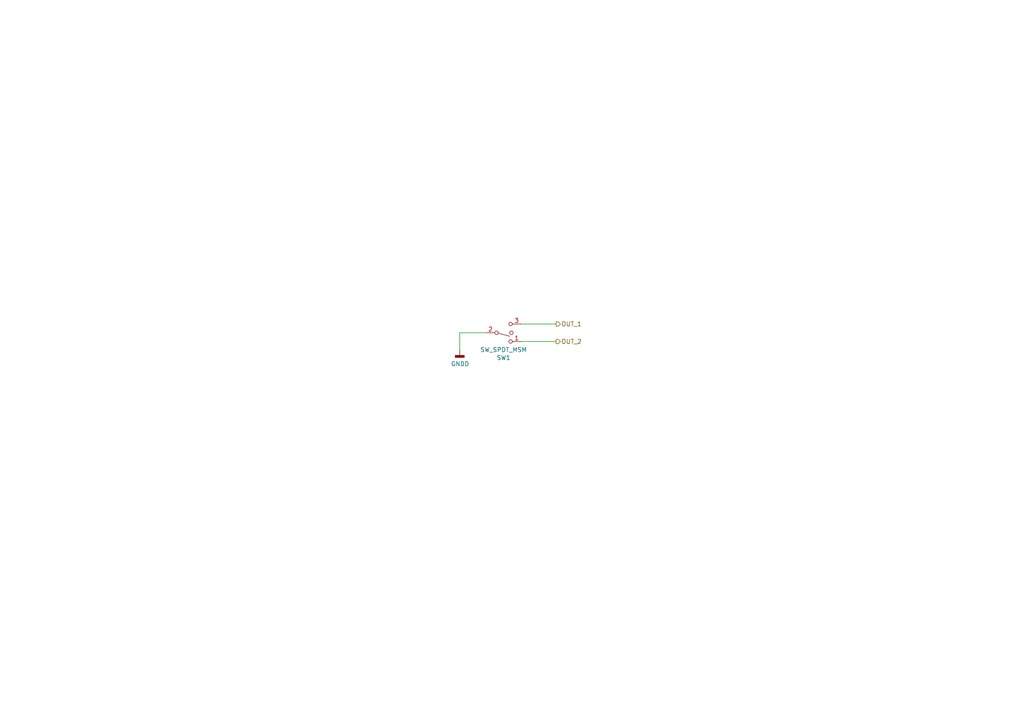
<source format=kicad_sch>
(kicad_sch (version 20250114) (generator "eeschema") (generator_version "9.0")
  (paper "A4")
  (lib_symbols
    (symbol "Digital Board Rev 2-rescue:GNDD-power" (power) (pin_names (offset 0))
      (property "Value" "power_GNDD" (at 0 -3.175 0))
      (symbol "GNDD-power_0_1"
        (rectangle (start -1.27 -1.524) (end 1.27 -2.032) (stroke (width 0.254)) (fill (type outline)))
        (polyline (pts (xy 0 0) (xy 0 -1.524)))
      )
      (symbol "GNDD-power_1_1"
        (pin power_in line (at 0 0 270) (length 0) (hide yes) (name "GNDD") (number "1"))
      )
    )
    (symbol "Digital Board Rev 2-rescue:SW_SPDT_MSM-Switch" (pin_names (offset 0) (hide yes))
      (property "Reference" "SW" (at 0 5.08 0))
      (property "Value" "Switch_SW_SPDT_MSM" (at 0 -5.08 0))
      (symbol "SW_SPDT_MSM-Switch_0_0"
        (circle (center -2.032 0) (radius 0.508))
        (polyline (pts (xy -1.524 0.127) (xy 1.778 1.016)))
        (circle (center 2.032 -2.54) (radius 0.508))
      )
      (symbol "SW_SPDT_MSM-Switch_0_1"
        (circle (center 2.032 2.54) (radius 0.508))
        (circle (center 2.286 0) (radius 0.508))
      )
      (symbol "SW_SPDT_MSM-Switch_1_1"
        (pin passive line (at -5.08 0 0) (length 2.54) (name "2") (number "2"))
        (pin passive line (at 5.08 2.54 180) (length 2.54) (name "1") (number "1"))
        (pin passive line (at 5.08 -2.54 180) (length 2.54) (name "3") (number "3"))
      )
    )
  )
  (wire (pts (xy 133.35 96.52) (xy 133.35 101.6)))
  (wire (pts (xy 140.97 96.52) (xy 133.35 96.52)))
  (wire (pts (xy 151.13 93.98) (xy 161.29 93.98)))
  (wire (pts (xy 161.29 99.06) (xy 151.13 99.06)))
  (hierarchical_label "OUT_1" (shape output) (at 161.29 93.98 0))
  (hierarchical_label "OUT_2" (shape output) (at 161.29 99.06 0))
  (symbol (lib_id "Digital Board Rev 2-rescue:SW_SPDT_MSM-Switch") (at 146.05 96.52 0) (mirror x) (unit 1)
    (property "Reference" "SW1" (at 146.05 103.759 0))
    (property "Value" "SW_SPDT_MSM" (at 146.05 101.4476 0))
    (property "Footprint" "Pinebox:SW_Toggle_SPDT" (effects (hide yes)))
    (instances (project "" (path "" (reference "SW1") (unit 1)) (path "" (reference "SW2") (unit 1)) (path "" (reference "SW3") (unit 1))))
  )
  (symbol (lib_id "Digital Board Rev 2-rescue:GNDD-power") (at 133.35 101.6 0) (unit 1)
    (property "Reference" "#PWR0221" (effects (hide yes)))
    (property "Value" "GNDD" (at 133.4516 105.537 0))
    (instances (project "" (path "" (reference "#PWR0221") (unit 1)) (path "" (reference "#PWR02") (unit 1)) (path "" (reference "#PWR03") (unit 1))))
  )
)
</source>
